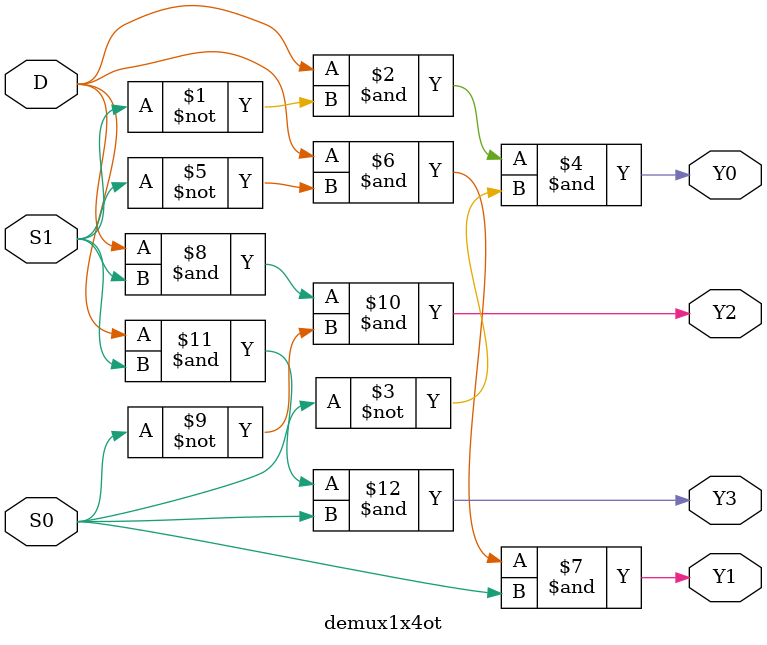
<source format=v>
module demux1x4ot(Y0,Y1,Y2,Y3,D,S0,S1);
	output Y0,Y1,Y2,Y3;
	input D,S0,S1;
	assign Y0=(D&~S1&~S0);
	assign Y1=(D&~S1&S0);
	assign Y2=(D&S1&~S0);
	assign Y3=(D&S1&S0);
endmodule

</source>
